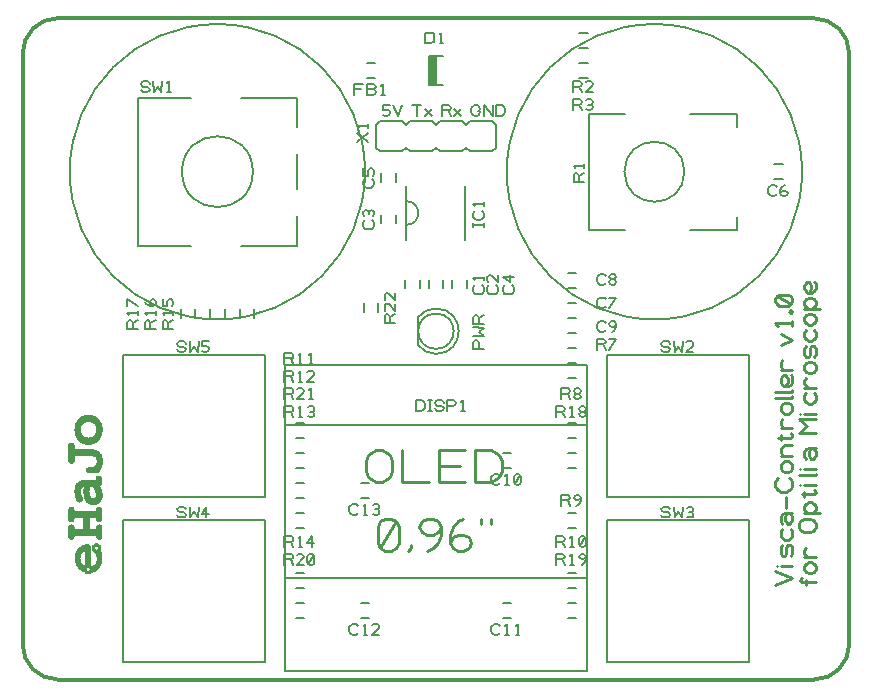
<source format=gbr>
G04 GENERATED BY PULSONIX 12.5 GERBER.DLL 9449*
G04 #@! TF.GenerationSoftware,Pulsonix,Pulsonix,12.5.9449*
G04 #@! TF.CreationDate,2025-01-20T21:22:03--1:00*
G04 #@! TF.Part,Single*
%FSLAX35Y35*%
%LPD*%
%MOMM*%
G04 #@! TF.FileFunction,Legend,Top*
G04 #@! TF.FilePolarity,Positive*
G04 #@! TA.AperFunction,Profile*
%ADD10C,0.30000*%
G04 #@! TD.AperFunction*
%ADD11C,0.00001*%
G04 #@! TA.AperFunction,Material*
%ADD12C,0.20000*%
G04 #@! TD.AperFunction*
%ADD13C,0.20000*%
G04 #@! TA.AperFunction,Material*
%ADD76C,0.20320*%
G04 #@! TD.AperFunction*
%ADD77C,0.25400*%
%ADD78C,0.25000*%
G04 #@! TD.AperFunction*
X0Y0D02*
D02*
D10*
X750000Y5925000D02*
X7150000D01*
G75*
G02*
X7450000Y5625000I0J-300000D01*
G01*
Y625000D01*
G75*
G02*
X7150000Y325000I-300000J0D01*
G01*
X750000D01*
G75*
G02*
X450000Y625000I0J300000D01*
G01*
Y5625000D01*
G75*
G02*
X750000Y5925000I300000J0D01*
G01*
D02*
D11*
X883008Y1754102D02*
X1072266D01*
Y1762891D01*
X1073438Y1770508D01*
X1074609Y1775781D01*
X1076367Y1779297D01*
X1079883Y1782813D01*
X1083984Y1785156D01*
X1088672Y1786914D01*
X1093945Y1787500D01*
X1099805Y1786914D01*
X1105078Y1785742D01*
X1109180Y1782813D01*
X1112109Y1779883D01*
X1113281Y1777539D01*
X1114453Y1775195D01*
X1115625Y1772266D01*
X1116211Y1768750D01*
X1116797Y1764063D01*
X1117383Y1759375D01*
Y1753516D01*
Y1747656D01*
Y1701367D01*
Y1691992D01*
X1116211Y1684375D01*
X1114453Y1678516D01*
X1112109Y1673828D01*
X1109180Y1670898D01*
X1105078Y1668555D01*
X1100391Y1666797D01*
X1094531D01*
X1088086Y1667383D01*
X1083398Y1669141D01*
X1078711Y1671484D01*
X1075195Y1675586D01*
X1073438Y1680273D01*
X1072266Y1686133D01*
X1071680Y1693164D01*
X1071094Y1701367D01*
Y1704883D01*
X1010156D01*
Y1600000D01*
X1071094D01*
Y1608203D01*
X1071680Y1614648D01*
X1072266Y1620508D01*
X1074023Y1625781D01*
X1076367Y1629883D01*
X1079883Y1633984D01*
X1083984Y1636328D01*
X1088672Y1638086D01*
X1093945Y1638672D01*
X1099805Y1638086D01*
X1105078Y1636914D01*
X1109180Y1634570D01*
X1112109Y1631641D01*
X1114453Y1627539D01*
X1116211Y1621680D01*
X1117383Y1614648D01*
Y1606445D01*
Y1547266D01*
Y1539648D01*
X1116211Y1532617D01*
X1113867Y1527344D01*
X1111523Y1523828D01*
X1108008Y1520898D01*
X1103906Y1519141D01*
X1099219Y1517969D01*
X1093945Y1517383D01*
X1088086Y1517969D01*
X1083398Y1519727D01*
X1079297Y1522070D01*
X1076367Y1525000D01*
X1074609Y1529102D01*
X1073438Y1534375D01*
X1072266Y1541992D01*
Y1550781D01*
X883008D01*
X882422Y1541992D01*
X881250Y1534375D01*
X879492Y1529102D01*
X877734Y1525000D01*
X874805Y1522070D01*
X870703Y1519727D01*
X865430Y1517969D01*
X859570Y1517383D01*
X854297Y1517969D01*
X849609Y1519141D01*
X846094Y1520898D01*
X842578Y1523828D01*
X839648Y1527930D01*
X837891Y1533203D01*
X836719Y1540234D01*
Y1548438D01*
Y1604102D01*
Y1613477D01*
X837891Y1620508D01*
X839063Y1626367D01*
X841406Y1630469D01*
X844336Y1633984D01*
X848438Y1636914D01*
X853711Y1638086D01*
X859570Y1638672D01*
X865430Y1638086D01*
X870703Y1636328D01*
X874805Y1633398D01*
X878320Y1629297D01*
X880078Y1624609D01*
X881836Y1618750D01*
X882422Y1611133D01*
X883008Y1602930D01*
Y1600000D01*
X965625D01*
Y1704883D01*
X883008D01*
Y1696680D01*
X882422Y1689648D01*
X881250Y1683789D01*
X880078Y1679102D01*
X877734Y1675000D01*
X874219Y1670898D01*
X870117Y1668555D01*
X865430Y1667383D01*
X859570Y1666797D01*
X853711Y1667383D01*
X848438Y1668555D01*
X844336Y1670898D01*
X841406Y1675000D01*
X839063Y1679102D01*
X837891Y1684961D01*
X836719Y1693164D01*
Y1703711D01*
Y1757031D01*
Y1765234D01*
X837891Y1771680D01*
X839648Y1776953D01*
X842578Y1781055D01*
X846094Y1783984D01*
X849609Y1785742D01*
X854297Y1786914D01*
X859570Y1787500D01*
X865430Y1786914D01*
X870117Y1785742D01*
X874219Y1782813D01*
X877734Y1779883D01*
X879492Y1775781D01*
X881250Y1770508D01*
X882422Y1762891D01*
X883008Y1754102D01*
G36*
X883008Y1754102D02*
X1072266D01*
Y1762891D01*
X1073438Y1770508D01*
X1074609Y1775781D01*
X1076367Y1779297D01*
X1079883Y1782813D01*
X1083984Y1785156D01*
X1088672Y1786914D01*
X1093945Y1787500D01*
X1099805Y1786914D01*
X1105078Y1785742D01*
X1109180Y1782813D01*
X1112109Y1779883D01*
X1113281Y1777539D01*
X1114453Y1775195D01*
X1115625Y1772266D01*
X1116211Y1768750D01*
X1116797Y1764063D01*
X1117383Y1759375D01*
Y1753516D01*
Y1747656D01*
Y1701367D01*
Y1691992D01*
X1116211Y1684375D01*
X1114453Y1678516D01*
X1112109Y1673828D01*
X1109180Y1670898D01*
X1105078Y1668555D01*
X1100391Y1666797D01*
X1094531D01*
X1088086Y1667383D01*
X1083398Y1669141D01*
X1078711Y1671484D01*
X1075195Y1675586D01*
X1073438Y1680273D01*
X1072266Y1686133D01*
X1071680Y1693164D01*
X1071094Y1701367D01*
Y1704883D01*
X1010156D01*
Y1600000D01*
X1071094D01*
Y1608203D01*
X1071680Y1614648D01*
X1072266Y1620508D01*
X1074023Y1625781D01*
X1076367Y1629883D01*
X1079883Y1633984D01*
X1083984Y1636328D01*
X1088672Y1638086D01*
X1093945Y1638672D01*
X1099805Y1638086D01*
X1105078Y1636914D01*
X1109180Y1634570D01*
X1112109Y1631641D01*
X1114453Y1627539D01*
X1116211Y1621680D01*
X1117383Y1614648D01*
Y1606445D01*
Y1547266D01*
Y1539648D01*
X1116211Y1532617D01*
X1113867Y1527344D01*
X1111523Y1523828D01*
X1108008Y1520898D01*
X1103906Y1519141D01*
X1099219Y1517969D01*
X1093945Y1517383D01*
X1088086Y1517969D01*
X1083398Y1519727D01*
X1079297Y1522070D01*
X1076367Y1525000D01*
X1074609Y1529102D01*
X1073438Y1534375D01*
X1072266Y1541992D01*
Y1550781D01*
X883008D01*
X882422Y1541992D01*
X881250Y1534375D01*
X879492Y1529102D01*
X877734Y1525000D01*
X874805Y1522070D01*
X870703Y1519727D01*
X865430Y1517969D01*
X859570Y1517383D01*
X854297Y1517969D01*
X849609Y1519141D01*
X846094Y1520898D01*
X842578Y1523828D01*
X839648Y1527930D01*
X837891Y1533203D01*
X836719Y1540234D01*
Y1548438D01*
Y1604102D01*
Y1613477D01*
X837891Y1620508D01*
X839063Y1626367D01*
X841406Y1630469D01*
X844336Y1633984D01*
X848438Y1636914D01*
X853711Y1638086D01*
X859570Y1638672D01*
X865430Y1638086D01*
X870703Y1636328D01*
X874805Y1633398D01*
X878320Y1629297D01*
X880078Y1624609D01*
X881836Y1618750D01*
X882422Y1611133D01*
X883008Y1602930D01*
Y1600000D01*
X965625D01*
Y1704883D01*
X883008D01*
Y1696680D01*
X882422Y1689648D01*
X881250Y1683789D01*
X880078Y1679102D01*
X877734Y1675000D01*
X874219Y1670898D01*
X870117Y1668555D01*
X865430Y1667383D01*
X859570Y1666797D01*
X853711Y1667383D01*
X848438Y1668555D01*
X844336Y1670898D01*
X841406Y1675000D01*
X839063Y1679102D01*
X837891Y1684961D01*
X836719Y1693164D01*
Y1703711D01*
Y1757031D01*
Y1765234D01*
X837891Y1771680D01*
X839648Y1776953D01*
X842578Y1781055D01*
X846094Y1783984D01*
X849609Y1785742D01*
X854297Y1786914D01*
X859570Y1787500D01*
X865430Y1786914D01*
X870117Y1785742D01*
X874219Y1782813D01*
X877734Y1779883D01*
X879492Y1775781D01*
X881250Y1770508D01*
X882422Y1762891D01*
X883008Y1754102D01*
G37*
X1091016Y2051172D02*
X1096289Y2050586D01*
X1100977Y2049414D01*
X1104492Y2047070D01*
X1108008Y2044141D01*
X1110938Y2040039D01*
X1112695Y2035938D01*
X1113867Y2031250D01*
Y2025391D01*
Y1990820D01*
Y1986719D01*
X1112695Y1982617D01*
X1110938Y1979102D01*
X1109180Y1975586D01*
X1102148Y1970898D01*
X1092773Y1967969D01*
X1098047Y1960938D01*
X1102734Y1952734D01*
X1106836Y1945117D01*
X1110352Y1936328D01*
X1114453Y1925195D01*
X1117383Y1914063D01*
X1119141Y1902344D01*
X1119727Y1890039D01*
X1119141Y1881250D01*
X1118555Y1873047D01*
X1116797Y1865430D01*
X1114453Y1857813D01*
X1111523Y1850781D01*
X1108008Y1843750D01*
X1103906Y1837891D01*
X1099219Y1832031D01*
X1093945Y1826758D01*
X1088086Y1822070D01*
X1082227Y1817969D01*
X1075781Y1815039D01*
X1068750Y1812695D01*
X1061719Y1810938D01*
X1054102Y1809766D01*
X1046484Y1809180D01*
X1037109Y1809766D01*
X1027734Y1810938D01*
X1019531Y1813281D01*
X1011914Y1816797D01*
X1004297Y1820898D01*
X997852Y1826172D01*
X991406Y1832617D01*
X986133Y1839648D01*
X981445Y1847266D01*
X976758Y1855469D01*
X973242Y1864258D01*
X970313Y1873633D01*
X968555Y1883594D01*
X966797Y1894727D01*
X965625Y1906445D01*
Y1918750D01*
Y1932227D01*
X966797Y1945703D01*
X969727Y1964453D01*
X962109Y1963281D01*
X955664Y1960938D01*
X949805Y1958008D01*
X945117Y1953906D01*
X941016Y1948633D01*
X937500Y1941016D01*
X935742Y1932227D01*
X935156Y1921680D01*
X935742Y1914063D01*
X937500Y1905273D01*
X939844Y1895898D01*
X943945Y1885938D01*
X948047Y1875391D01*
X950977Y1867188D01*
X952734Y1860156D01*
X953320Y1854883D01*
X952734Y1850195D01*
X951563Y1846094D01*
X949219Y1841992D01*
X946289Y1839063D01*
X942188Y1836133D01*
X938086Y1834375D01*
X932813Y1833203D01*
X927539Y1832617D01*
X923438Y1833203D01*
X918750Y1834375D01*
X915234Y1836719D01*
X911133Y1840234D01*
X907617Y1844336D01*
X904688Y1849609D01*
X901758Y1855469D01*
X898828Y1862500D01*
X894727Y1875977D01*
X891797Y1891797D01*
X890039Y1908789D01*
X889453Y1928125D01*
X890039Y1938086D01*
X891211Y1947461D01*
X892383Y1956250D01*
X895313Y1964453D01*
X898242Y1972070D01*
X901758Y1979102D01*
X906445Y1985547D01*
X911133Y1991406D01*
X916992Y1996680D01*
X923438Y2001367D01*
X930469Y2004883D01*
X938086Y2007813D01*
X946289Y2010742D01*
X955078Y2011914D01*
X964453Y2013086D01*
X975000Y2013672D01*
X1068164D01*
Y2017188D01*
X1068750Y2025391D01*
X1069336Y2032422D01*
X1070508Y2037695D01*
X1072266Y2042383D01*
X1075781Y2045898D01*
X1079883Y2048828D01*
X1084570Y2050586D01*
X1091016Y2051172D01*
X1010156Y1946875D02*
X1008984Y1936328D01*
X1008398Y1925195D01*
X1009570Y1909961D01*
X1011328Y1897070D01*
X1014258Y1885352D01*
X1018945Y1875391D01*
X1024219Y1868359D01*
X1030078Y1863672D01*
X1036523Y1860156D01*
X1043555Y1859570D01*
X1049414Y1860156D01*
X1054102Y1861914D01*
X1058203Y1864844D01*
X1062305Y1868945D01*
X1066406Y1874219D01*
X1068750Y1880664D01*
X1070508Y1887695D01*
X1071094Y1895313D01*
X1070508Y1908203D01*
X1067578Y1920508D01*
X1063477Y1932813D01*
X1057031Y1943945D01*
X1054102Y1948633D01*
X1051172Y1952734D01*
X1047656Y1956250D01*
X1044727Y1959180D01*
X1041797Y1961523D01*
X1038867Y1963281D01*
X1035938Y1963867D01*
X1033008Y1964453D01*
X1013672D01*
X1010156Y1946875D01*
X889941Y1912011D02*
G36*
X889941Y1912011D02*
X890039Y1908789D01*
X891797Y1891797D01*
X894727Y1875977D01*
X898828Y1862500D01*
X901758Y1855469D01*
X904688Y1849609D01*
X907617Y1844336D01*
X911133Y1840234D01*
X915234Y1836719D01*
X918750Y1834375D01*
X923438Y1833203D01*
X927539Y1832617D01*
X932813Y1833203D01*
X938086Y1834375D01*
X942188Y1836133D01*
X946289Y1839063D01*
X949219Y1841992D01*
X951563Y1846094D01*
X952734Y1850195D01*
X953320Y1854883D01*
X952734Y1860156D01*
X950977Y1867188D01*
X948047Y1875391D01*
X943945Y1885938D01*
X939844Y1895898D01*
X937500Y1905273D01*
X936152Y1912011D01*
X889941D01*
G37*
X889453Y1928125D02*
G36*
X889453Y1928125D02*
X889941Y1912011D01*
X936152D01*
X935742Y1914063D01*
X935156Y1921680D01*
X935742Y1932227D01*
X937500Y1941016D01*
X941016Y1948633D01*
X945117Y1953906D01*
X949805Y1958008D01*
X955664Y1960938D01*
X962109Y1963281D01*
X969727Y1964453D01*
X966797Y1945703D01*
X965625Y1932227D01*
Y1918750D01*
Y1912011D01*
X1009412D01*
X1008398Y1925195D01*
X1008984Y1936328D01*
X1010156Y1946875D01*
X1013672Y1964453D01*
X1033008D01*
X1035938Y1963867D01*
X1038867Y1963281D01*
X1041797Y1961523D01*
X1044727Y1959180D01*
X1047656Y1956250D01*
X1051172Y1952734D01*
X1054102Y1948633D01*
X1057031Y1943945D01*
X1063477Y1932813D01*
X1067578Y1920508D01*
X1069601Y1912011D01*
X1117691D01*
X1117383Y1914063D01*
X1114453Y1925195D01*
X1110352Y1936328D01*
X1106836Y1945117D01*
X1102734Y1952734D01*
X1098047Y1960938D01*
X1092773Y1967969D01*
X1102148Y1970898D01*
X1109180Y1975586D01*
X1110938Y1979102D01*
X1112695Y1982617D01*
X1113867Y1986719D01*
Y1990820D01*
Y2025391D01*
Y2031250D01*
X1112695Y2035938D01*
X1110938Y2040039D01*
X1108008Y2044141D01*
X1104492Y2047070D01*
X1100977Y2049414D01*
X1096289Y2050586D01*
X1091016Y2051172D01*
X1084570Y2050586D01*
X1079883Y2048828D01*
X1075781Y2045898D01*
X1072266Y2042383D01*
X1070508Y2037695D01*
X1069336Y2032422D01*
X1068750Y2025391D01*
X1068164Y2017188D01*
Y2013672D01*
X975000D01*
X964453Y2013086D01*
X955078Y2011914D01*
X946289Y2010742D01*
X938086Y2007813D01*
X930469Y2004883D01*
X923438Y2001367D01*
X916992Y1996680D01*
X911133Y1991406D01*
X906445Y1985547D01*
X901758Y1979102D01*
X898242Y1972070D01*
X895313Y1964453D01*
X892383Y1956250D01*
X891211Y1947461D01*
X890039Y1938086D01*
X889453Y1928125D01*
G37*
X965625Y1912011D02*
G36*
X965625Y1912011D02*
Y1906445D01*
X966797Y1894727D01*
X968555Y1883594D01*
X970313Y1873633D01*
X973242Y1864258D01*
X976758Y1855469D01*
X981445Y1847266D01*
X986133Y1839648D01*
X991406Y1832617D01*
X997852Y1826172D01*
X1004297Y1820898D01*
X1011914Y1816797D01*
X1019531Y1813281D01*
X1027734Y1810938D01*
X1037109Y1809766D01*
X1046484Y1809180D01*
X1054102Y1809766D01*
X1061719Y1810938D01*
X1068750Y1812695D01*
X1075781Y1815039D01*
X1082227Y1817969D01*
X1088086Y1822070D01*
X1093945Y1826758D01*
X1099219Y1832031D01*
X1103906Y1837891D01*
X1108008Y1843750D01*
X1111523Y1850781D01*
X1114453Y1857813D01*
X1116797Y1865430D01*
X1118555Y1873047D01*
X1119141Y1881250D01*
X1119727Y1890039D01*
X1119141Y1902344D01*
X1117691Y1912011D01*
X1069601D01*
X1070508Y1908203D01*
X1071094Y1895313D01*
X1070508Y1887695D01*
X1068750Y1880664D01*
X1066406Y1874219D01*
X1062305Y1868945D01*
X1058203Y1864844D01*
X1054102Y1861914D01*
X1049414Y1860156D01*
X1043555Y1859570D01*
X1036523Y1860156D01*
X1030078Y1863672D01*
X1024219Y1868359D01*
X1018945Y1875391D01*
X1014258Y1885352D01*
X1011328Y1897070D01*
X1009570Y1909961D01*
X1009412Y1912011D01*
X965625D01*
G37*
X859570Y2330664D02*
X865430Y2330078D01*
X870703Y2328320D01*
X874805Y2325977D01*
X878320Y2322461D01*
X880078Y2318359D01*
X881836Y2313086D01*
X882422Y2306055D01*
X883008Y2297266D01*
Y2276172D01*
X1017773D01*
X1030664Y2275586D01*
X1042383Y2274414D01*
X1053516Y2272656D01*
X1064063Y2270313D01*
X1073438Y2266797D01*
X1081641Y2262695D01*
X1089258Y2258008D01*
X1095703Y2252734D01*
X1101563Y2246289D01*
X1106250Y2238672D01*
X1110938Y2231055D01*
X1114453Y2221680D01*
X1116797Y2212305D01*
X1119141Y2201172D01*
X1120313Y2190039D01*
Y2177734D01*
Y2166602D01*
X1119141Y2156055D01*
X1117969Y2146094D01*
X1115625Y2136133D01*
X1113281Y2126758D01*
X1109180Y2116797D01*
X1105078Y2106836D01*
X1099805Y2096875D01*
X1097461Y2092188D01*
X1094531Y2088672D01*
X1092188Y2085742D01*
X1089258Y2083984D01*
X1085742Y2082813D01*
X1081641Y2081641D01*
X1076367Y2081055D01*
X1070508D01*
X1018359D01*
X1009570D01*
X1003125Y2082227D01*
X997852Y2083398D01*
X994336Y2085742D01*
X991406Y2088672D01*
X989063Y2092773D01*
X987891Y2096875D01*
X987305Y2101563D01*
X988477Y2109180D01*
X990820Y2115039D01*
X994922Y2120313D01*
X1000781Y2123242D01*
X1003711Y2124414D01*
X1007227Y2125586D01*
X1009570D01*
X1012500Y2126172D01*
X1015430D01*
X1019531D01*
X1021875D01*
X1034180Y2126758D01*
X1045313Y2128516D01*
X1052344Y2130859D01*
X1058789Y2134961D01*
X1064063Y2139063D01*
X1069336Y2144336D01*
X1072852Y2151367D01*
X1075781Y2158398D01*
X1076953Y2166602D01*
X1077539Y2175391D01*
X1076953Y2188281D01*
X1074023Y2198828D01*
X1069336Y2207617D01*
X1062891Y2214648D01*
X1058789Y2216992D01*
X1054688Y2219922D01*
X1048828Y2221680D01*
X1042969Y2223438D01*
X1035938Y2224609D01*
X1028906Y2225781D01*
X1020703Y2226367D01*
X1011914D01*
X883008D01*
Y2194141D01*
X882422Y2184766D01*
X881836Y2177734D01*
X880078Y2172461D01*
X878320Y2168359D01*
X874805Y2164844D01*
X870703Y2161914D01*
X865430Y2160742D01*
X859570Y2160156D01*
X854297D01*
X849609Y2161328D01*
X846094Y2163672D01*
X842578Y2166016D01*
X839648Y2169531D01*
X837891Y2173633D01*
X836719Y2178320D01*
Y2183594D01*
Y2307813D01*
Y2313086D01*
X837891Y2317773D01*
X840234Y2321289D01*
X843164Y2324805D01*
X846680Y2327148D01*
X850195Y2328906D01*
X854883Y2330078D01*
X859570Y2330664D01*
G36*
X859570Y2330664D02*
X865430Y2330078D01*
X870703Y2328320D01*
X874805Y2325977D01*
X878320Y2322461D01*
X880078Y2318359D01*
X881836Y2313086D01*
X882422Y2306055D01*
X883008Y2297266D01*
Y2276172D01*
X1017773D01*
X1030664Y2275586D01*
X1042383Y2274414D01*
X1053516Y2272656D01*
X1064063Y2270313D01*
X1073438Y2266797D01*
X1081641Y2262695D01*
X1089258Y2258008D01*
X1095703Y2252734D01*
X1101563Y2246289D01*
X1106250Y2238672D01*
X1110938Y2231055D01*
X1114453Y2221680D01*
X1116797Y2212305D01*
X1119141Y2201172D01*
X1120313Y2190039D01*
Y2177734D01*
Y2166602D01*
X1119141Y2156055D01*
X1117969Y2146094D01*
X1115625Y2136133D01*
X1113281Y2126758D01*
X1109180Y2116797D01*
X1105078Y2106836D01*
X1099805Y2096875D01*
X1097461Y2092188D01*
X1094531Y2088672D01*
X1092188Y2085742D01*
X1089258Y2083984D01*
X1085742Y2082813D01*
X1081641Y2081641D01*
X1076367Y2081055D01*
X1070508D01*
X1018359D01*
X1009570D01*
X1003125Y2082227D01*
X997852Y2083398D01*
X994336Y2085742D01*
X991406Y2088672D01*
X989063Y2092773D01*
X987891Y2096875D01*
X987305Y2101563D01*
X988477Y2109180D01*
X990820Y2115039D01*
X994922Y2120313D01*
X1000781Y2123242D01*
X1003711Y2124414D01*
X1007227Y2125586D01*
X1009570D01*
X1012500Y2126172D01*
X1015430D01*
X1019531D01*
X1021875D01*
X1034180Y2126758D01*
X1045313Y2128516D01*
X1052344Y2130859D01*
X1058789Y2134961D01*
X1064063Y2139063D01*
X1069336Y2144336D01*
X1072852Y2151367D01*
X1075781Y2158398D01*
X1076953Y2166602D01*
X1077539Y2175391D01*
X1076953Y2188281D01*
X1074023Y2198828D01*
X1069336Y2207617D01*
X1062891Y2214648D01*
X1058789Y2216992D01*
X1054688Y2219922D01*
X1048828Y2221680D01*
X1042969Y2223438D01*
X1035938Y2224609D01*
X1028906Y2225781D01*
X1020703Y2226367D01*
X1011914D01*
X883008D01*
Y2194141D01*
X882422Y2184766D01*
X881836Y2177734D01*
X880078Y2172461D01*
X878320Y2168359D01*
X874805Y2164844D01*
X870703Y2161914D01*
X865430Y2160742D01*
X859570Y2160156D01*
X854297D01*
X849609Y2161328D01*
X846094Y2163672D01*
X842578Y2166016D01*
X839648Y2169531D01*
X837891Y2173633D01*
X836719Y2178320D01*
Y2183594D01*
Y2307813D01*
Y2313086D01*
X837891Y2317773D01*
X840234Y2321289D01*
X843164Y2324805D01*
X846680Y2327148D01*
X850195Y2328906D01*
X854883Y2330078D01*
X859570Y2330664D01*
G37*
X1004297Y2567969D02*
X1016602Y2567383D01*
X1028320Y2566211D01*
X1040039Y2563281D01*
X1050586Y2559766D01*
X1060547Y2554492D01*
X1069922Y2548633D01*
X1079297Y2541602D01*
X1087500Y2533398D01*
X1095117Y2524609D01*
X1101563Y2515234D01*
X1106836Y2504688D01*
X1111523Y2494141D01*
X1115039Y2482422D01*
X1117383Y2470703D01*
X1119141Y2457813D01*
X1119727Y2444336D01*
X1119141Y2430859D01*
X1117383Y2418555D01*
X1115039Y2406250D01*
X1111523Y2395117D01*
X1106836Y2384570D01*
X1101563Y2374023D01*
X1095117Y2364648D01*
X1087500Y2355859D01*
X1079297Y2347656D01*
X1069922Y2340625D01*
X1060547Y2334766D01*
X1050586Y2329492D01*
X1040039Y2325977D01*
X1028906Y2323047D01*
X1017188Y2321875D01*
X1004883Y2321289D01*
X992578Y2321875D01*
X980273Y2323047D01*
X969141Y2325977D01*
X958594Y2329492D01*
X948633Y2334766D01*
X939258Y2340625D01*
X929883Y2347656D01*
X921680Y2355859D01*
X914063Y2364648D01*
X907617Y2374023D01*
X902344Y2384570D01*
X897656Y2395117D01*
X894141Y2406250D01*
X891797Y2418555D01*
X890039Y2431445D01*
X889453Y2444336D01*
X890039Y2457813D01*
X891797Y2470703D01*
X894141Y2482422D01*
X897656Y2494141D01*
X902344Y2504688D01*
X907617Y2515234D01*
X914063Y2524609D01*
X921680Y2533398D01*
X929883Y2541602D01*
X939258Y2548633D01*
X948633Y2554492D01*
X958594Y2559766D01*
X969141Y2563281D01*
X980273Y2566211D01*
X991992Y2567383D01*
X1004297Y2567969D01*
Y2374609D02*
X1011914Y2375195D01*
X1018945Y2375781D01*
X1025977Y2377539D01*
X1032422Y2379297D01*
X1038281Y2382227D01*
X1044141Y2385742D01*
X1049414Y2389844D01*
X1054688Y2393945D01*
X1059375Y2399219D01*
X1063477Y2404492D01*
X1066406Y2410352D01*
X1069336Y2416211D01*
X1071680Y2423242D01*
X1072852Y2429688D01*
X1074023Y2437305D01*
Y2444922D01*
Y2451953D01*
X1072852Y2459570D01*
X1071680Y2466602D01*
X1069336Y2473047D01*
X1066406Y2478906D01*
X1063477Y2484766D01*
X1059375Y2490039D01*
X1054688Y2495313D01*
X1049414Y2500000D01*
X1044141Y2504102D01*
X1038281Y2507617D01*
X1032422Y2509961D01*
X1025977Y2512305D01*
X1019531Y2514063D01*
X1011914Y2514648D01*
X1004883Y2515234D01*
X997266Y2514648D01*
X990234Y2514063D01*
X983203Y2512305D01*
X976758Y2509961D01*
X970898Y2507617D01*
X965039Y2504102D01*
X959180Y2500000D01*
X954492Y2495313D01*
X949805Y2490039D01*
X945703Y2484766D01*
X942188Y2478906D01*
X939258Y2473047D01*
X937500Y2466602D01*
X935742Y2459570D01*
X935156Y2451953D01*
X934570Y2444922D01*
X935156Y2437305D01*
X935742Y2429688D01*
X937500Y2423242D01*
X939258Y2416211D01*
X942188Y2410352D01*
X945703Y2404492D01*
X949805Y2399219D01*
X954492Y2393945D01*
X959180Y2389844D01*
X965039Y2385742D01*
X970313Y2382227D01*
X976758Y2379297D01*
X983203Y2377539D01*
X989648Y2375781D01*
X996680Y2375195D01*
X1004297Y2374609D01*
X889478Y2444921D02*
G36*
X889478Y2444921D02*
X934570D01*
Y2444922D01*
X935156Y2451953D01*
X935742Y2459570D01*
X937500Y2466602D01*
X939258Y2473047D01*
X942188Y2478906D01*
X945703Y2484766D01*
X949805Y2490039D01*
X954492Y2495313D01*
X959180Y2500000D01*
X965039Y2504102D01*
X970898Y2507617D01*
X976758Y2509961D01*
X983203Y2512305D01*
X990234Y2514063D01*
X997266Y2514648D01*
X1004883Y2515234D01*
X1011914Y2514648D01*
X1019531Y2514063D01*
X1025977Y2512305D01*
X1032422Y2509961D01*
X1038281Y2507617D01*
X1044141Y2504102D01*
X1049414Y2500000D01*
X1054688Y2495313D01*
X1059375Y2490039D01*
X1063477Y2484766D01*
X1066406Y2478906D01*
X1069336Y2473047D01*
X1071680Y2466602D01*
X1072852Y2459570D01*
X1074023Y2451953D01*
Y2444922D01*
Y2444921D01*
X1119702D01*
X1119141Y2457813D01*
X1117383Y2470703D01*
X1115039Y2482422D01*
X1111523Y2494141D01*
X1106836Y2504688D01*
X1101563Y2515234D01*
X1095117Y2524609D01*
X1087500Y2533398D01*
X1079297Y2541602D01*
X1069922Y2548633D01*
X1060547Y2554492D01*
X1050586Y2559766D01*
X1040039Y2563281D01*
X1028320Y2566211D01*
X1016602Y2567383D01*
X1004297Y2567969D01*
X991992Y2567383D01*
X980273Y2566211D01*
X969141Y2563281D01*
X958594Y2559766D01*
X948633Y2554492D01*
X939258Y2548633D01*
X929883Y2541602D01*
X921680Y2533398D01*
X914063Y2524609D01*
X907617Y2515234D01*
X902344Y2504688D01*
X897656Y2494141D01*
X894141Y2482422D01*
X891797Y2470703D01*
X890039Y2457813D01*
X889478Y2444921D01*
G37*
X889453Y2444336D02*
G36*
X889453Y2444336D02*
X890039Y2431445D01*
X891797Y2418555D01*
X894141Y2406250D01*
X897656Y2395117D01*
X902344Y2384570D01*
X907617Y2374023D01*
X914063Y2364648D01*
X921680Y2355859D01*
X929883Y2347656D01*
X939258Y2340625D01*
X948633Y2334766D01*
X958594Y2329492D01*
X969141Y2325977D01*
X980273Y2323047D01*
X992578Y2321875D01*
X1004883Y2321289D01*
X1017188Y2321875D01*
X1028906Y2323047D01*
X1040039Y2325977D01*
X1050586Y2329492D01*
X1060547Y2334766D01*
X1069922Y2340625D01*
X1079297Y2347656D01*
X1087500Y2355859D01*
X1095117Y2364648D01*
X1101563Y2374023D01*
X1106836Y2384570D01*
X1111523Y2395117D01*
X1115039Y2406250D01*
X1117383Y2418555D01*
X1119141Y2430859D01*
X1119727Y2444336D01*
X1119702Y2444921D01*
X1074023D01*
Y2437305D01*
X1072852Y2429688D01*
X1071680Y2423242D01*
X1069336Y2416211D01*
X1066406Y2410352D01*
X1063477Y2404492D01*
X1059375Y2399219D01*
X1054688Y2393945D01*
X1049414Y2389844D01*
X1044141Y2385742D01*
X1038281Y2382227D01*
X1032422Y2379297D01*
X1025977Y2377539D01*
X1018945Y2375781D01*
X1011914Y2375195D01*
X1004297Y2374609D01*
X996680Y2375195D01*
X989648Y2375781D01*
X983203Y2377539D01*
X976758Y2379297D01*
X970313Y2382227D01*
X965039Y2385742D01*
X959180Y2389844D01*
X954492Y2393945D01*
X949805Y2399219D01*
X945703Y2404492D01*
X942188Y2410352D01*
X939258Y2416211D01*
X937500Y2423242D01*
X935742Y2429688D01*
X935156Y2437305D01*
X934570Y2444921D01*
X889478D01*
X889453Y2444336D01*
G37*
X1040625Y1421875D02*
X1037109Y1428320D01*
X1035352Y1434766D01*
X1034766Y1442383D01*
X1035352Y1449414D01*
X1037109Y1456445D01*
X1040625Y1462891D01*
X1045313Y1468164D01*
X1051172Y1472852D01*
X1057617Y1476367D01*
X1064648Y1478125D01*
X1071680Y1479297D01*
X1078711Y1478125D01*
X1086328Y1476367D01*
X1092188Y1472852D01*
X1098047Y1468750D01*
X1102734Y1462891D01*
X1106250Y1456445D01*
X1108008Y1449414D01*
X1108594Y1442383D01*
X1108008Y1434766D01*
X1103906Y1424805D01*
X1108594Y1411914D01*
X1112109Y1399609D01*
X1115039Y1387891D01*
X1116797Y1375586D01*
X1117383Y1363281D01*
Y1351563D01*
X1116797Y1338672D01*
X1115625Y1326367D01*
X1113281Y1315234D01*
X1109766Y1304102D01*
X1105664Y1294141D01*
X1100391Y1284766D01*
X1094531Y1275391D01*
X1087500Y1267188D01*
X1075195Y1256641D01*
X1061133Y1247852D01*
X1045313Y1241406D01*
X1027734Y1236719D01*
X1020703Y1230859D01*
X1012500Y1226758D01*
X1003125Y1225586D01*
X993164Y1226172D01*
X986719Y1228516D01*
X980273Y1231445D01*
X975000Y1235547D01*
X970313Y1240820D01*
X957422Y1245508D01*
X945117Y1251953D01*
X933984Y1260156D01*
X923438Y1269531D01*
X916406Y1278320D01*
X909961Y1287695D01*
X904688Y1297656D01*
X900586Y1308203D01*
X897070Y1319336D01*
X894727Y1331641D01*
X892969Y1343945D01*
X892383Y1356836D01*
X892969Y1369141D01*
X894141Y1380273D01*
X896484Y1390820D01*
X900000Y1401367D01*
X904102Y1411328D01*
X908789Y1420117D01*
X914648Y1428906D01*
X921680Y1437109D01*
X929297Y1444727D01*
X937500Y1451172D01*
X946289Y1457031D01*
X955078Y1461719D01*
X964453Y1465234D01*
X973828Y1467578D01*
X984375Y1469336D01*
X994336D01*
X1001367D01*
X1007227Y1468164D01*
X1011328Y1465820D01*
X1014844Y1462891D01*
X1017188Y1458789D01*
X1018359Y1451758D01*
X1019531Y1442969D01*
Y1431250D01*
Y1294141D01*
X1024805Y1290625D01*
X1029492Y1285938D01*
X1038867Y1288281D01*
X1047070Y1292383D01*
X1054688Y1297070D01*
X1061133Y1303516D01*
X1068164Y1313477D01*
X1073438Y1325195D01*
X1076367Y1339258D01*
X1076953Y1355078D01*
X1076367Y1366211D01*
X1074023Y1379102D01*
X1070508Y1391992D01*
X1065234Y1405469D01*
X1064648D01*
X1057617Y1407813D01*
X1050586Y1411328D01*
X1045313Y1416016D01*
X1040625Y1421875D01*
X946289Y1309961D02*
X952148Y1303516D01*
X959180Y1297656D01*
X966211Y1292969D01*
X975000Y1288867D01*
X980859Y1294141D01*
X981445Y1418945D01*
X971484Y1416602D01*
X962109Y1412500D01*
X953906Y1406641D01*
X946875Y1399609D01*
X940430Y1390234D01*
X936328Y1380273D01*
X933398Y1369141D01*
X932227Y1356836D01*
X933398Y1343359D01*
X935742Y1331055D01*
X940430Y1319922D01*
X946289Y1309961D01*
X1016016Y1272461D02*
X1013672Y1275391D01*
X1010742Y1277734D01*
X1007813Y1279492D01*
X1004297Y1280664D01*
X1000781D01*
X997266D01*
X993750Y1279492D01*
X990820Y1277734D01*
X987891Y1275391D01*
X985547Y1272461D01*
X983789Y1269531D01*
X983203Y1266016D01*
X982617Y1262500D01*
X983203Y1258984D01*
X983789Y1255469D01*
X985547Y1251953D01*
X987891Y1249609D01*
X990234Y1247266D01*
X996680Y1244336D01*
X1000781D01*
X1004297D01*
X1007227Y1245508D01*
X1010742Y1247266D01*
X1013672Y1249023D01*
X1015430Y1251953D01*
X1017188Y1254883D01*
X1018359Y1258398D01*
X1018945Y1261914D01*
X1018359Y1265430D01*
X1017188Y1268945D01*
X1016016Y1272461D01*
X1086914Y1452344D02*
X1084570Y1455273D01*
X1081641Y1457031D01*
X1078711Y1458789D01*
X1074609Y1459961D01*
X1071094Y1460547D01*
X1067578Y1459961D01*
X1064648Y1458789D01*
X1061133Y1457617D01*
X1056445Y1452344D01*
X1053516Y1445898D01*
X1052930Y1441797D01*
X1053516Y1438281D01*
X1054688Y1434766D01*
X1056445Y1431836D01*
X1058789Y1428906D01*
X1061719Y1426563D01*
X1068164Y1424219D01*
X1071680Y1423633D01*
X1075195Y1424219D01*
X1078711Y1424805D01*
X1081641Y1427148D01*
X1084570Y1429492D01*
X1086914Y1432422D01*
X1088672Y1435352D01*
X1089258Y1438867D01*
X1089844Y1442383D01*
X1089258Y1445898D01*
X1088672Y1448828D01*
X1086914Y1452344D01*
X892383Y1356836D02*
G36*
X892383Y1356836D02*
X892516Y1353906D01*
X932482D01*
X932227Y1356836D01*
X933398Y1369141D01*
X936328Y1380273D01*
X940430Y1390234D01*
X946875Y1399609D01*
X953906Y1406641D01*
X962109Y1412500D01*
X971484Y1416602D01*
X981445Y1418945D01*
X981140Y1353906D01*
X1019531D01*
Y1431250D01*
Y1442090D01*
X926660D01*
X921680Y1437109D01*
X914648Y1428906D01*
X908789Y1420117D01*
X904102Y1411328D01*
X900000Y1401367D01*
X896484Y1390820D01*
X894141Y1380273D01*
X892969Y1369141D01*
X892383Y1356836D01*
G37*
X926660Y1442090D02*
G36*
X926660Y1442090D02*
X1019531D01*
Y1442969D01*
X1018359Y1451758D01*
X1017188Y1458789D01*
X1014844Y1462891D01*
X1011328Y1465820D01*
X1007227Y1468164D01*
X1001367Y1469336D01*
X994336D01*
X984375D01*
X973828Y1467578D01*
X964453Y1465234D01*
X955078Y1461719D01*
X946289Y1457031D01*
X937500Y1451172D01*
X929297Y1444727D01*
X926660Y1442090D01*
G37*
X931347Y1262500D02*
G36*
X931347Y1262500D02*
X933984Y1260156D01*
X945117Y1251953D01*
X957422Y1245508D01*
X970313Y1240820D01*
X975000Y1235547D01*
X980273Y1231445D01*
X986719Y1228516D01*
X993164Y1226172D01*
X1003125Y1225586D01*
X1012500Y1226758D01*
X1020703Y1230859D01*
X1027734Y1236719D01*
X1045313Y1241406D01*
X1061133Y1247852D01*
X1075195Y1256641D01*
X1082031Y1262500D01*
X1018847D01*
X1018945Y1261914D01*
X1018359Y1258398D01*
X1017188Y1254883D01*
X1015430Y1251953D01*
X1013672Y1249023D01*
X1010742Y1247266D01*
X1007227Y1245508D01*
X1004297Y1244336D01*
X1000781D01*
X996680D01*
X990234Y1247266D01*
X987891Y1249609D01*
X985547Y1251953D01*
X983789Y1255469D01*
X983203Y1258984D01*
X982617Y1262500D01*
X931347D01*
G37*
X1034766Y1442383D02*
G36*
X1034766Y1442383D02*
X1034789Y1442090D01*
X1052972D01*
X1053516Y1445898D01*
X1056445Y1452344D01*
X1061133Y1457617D01*
X1064648Y1458789D01*
X1067578Y1459961D01*
X1071094Y1460547D01*
X1074609Y1459961D01*
X1078711Y1458789D01*
X1081641Y1457031D01*
X1084570Y1455273D01*
X1086914Y1452344D01*
X1088672Y1448828D01*
X1089258Y1445898D01*
X1089844Y1442383D01*
X1089795Y1442090D01*
X1108571D01*
X1108594Y1442383D01*
X1108008Y1449414D01*
X1106250Y1456445D01*
X1102734Y1462891D01*
X1098047Y1468750D01*
X1092188Y1472852D01*
X1086328Y1476367D01*
X1078711Y1478125D01*
X1071680Y1479297D01*
X1064648Y1478125D01*
X1057617Y1476367D01*
X1051172Y1472852D01*
X1045313Y1468164D01*
X1040625Y1462891D01*
X1037109Y1456445D01*
X1035352Y1449414D01*
X1034766Y1442383D01*
G37*
X892516Y1353906D02*
G36*
X892516Y1353906D02*
X892969Y1343945D01*
X894727Y1331641D01*
X897070Y1319336D01*
X900586Y1308203D01*
X904688Y1297656D01*
X909961Y1287695D01*
X916406Y1278320D01*
X923438Y1269531D01*
X931347Y1262500D01*
X982617D01*
X983203Y1266016D01*
X983789Y1269531D01*
X985547Y1272461D01*
X987891Y1275391D01*
X990820Y1277734D01*
X993750Y1279492D01*
X997266Y1280664D01*
X1000781D01*
X1004297D01*
X1007813Y1279492D01*
X1010742Y1277734D01*
X1013672Y1275391D01*
X1016016Y1272461D01*
X1017188Y1268945D01*
X1018359Y1265430D01*
X1018847Y1262500D01*
X1082031D01*
X1087500Y1267188D01*
X1094531Y1275391D01*
X1100391Y1284766D01*
X1105664Y1294141D01*
X1109766Y1304102D01*
X1113281Y1315234D01*
X1115625Y1326367D01*
X1116797Y1338672D01*
X1117383Y1351563D01*
Y1353906D01*
X1076910D01*
X1076367Y1339258D01*
X1073438Y1325195D01*
X1068164Y1313477D01*
X1061133Y1303516D01*
X1054688Y1297070D01*
X1047070Y1292383D01*
X1038867Y1288281D01*
X1029492Y1285938D01*
X1024805Y1290625D01*
X1019531Y1294141D01*
Y1353906D01*
X981140D01*
X980859Y1294141D01*
X975000Y1288867D01*
X966211Y1292969D01*
X959180Y1297656D01*
X952148Y1303516D01*
X946289Y1309961D01*
X940430Y1319922D01*
X935742Y1331055D01*
X933398Y1343359D01*
X932482Y1353906D01*
X892516D01*
G37*
X1034789Y1442090D02*
G36*
X1034789Y1442090D02*
X1035352Y1434766D01*
X1037109Y1428320D01*
X1040625Y1421875D01*
X1045313Y1416016D01*
X1050586Y1411328D01*
X1057617Y1407813D01*
X1064648Y1405469D01*
X1065234D01*
X1070508Y1391992D01*
X1074023Y1379102D01*
X1076367Y1366211D01*
X1076953Y1355078D01*
X1076910Y1353906D01*
X1117383D01*
Y1363281D01*
X1116797Y1375586D01*
X1115039Y1387891D01*
X1112109Y1399609D01*
X1108594Y1411914D01*
X1103906Y1424805D01*
X1108008Y1434766D01*
X1108571Y1442090D01*
X1089795D01*
X1089258Y1438867D01*
X1088672Y1435352D01*
X1086914Y1432422D01*
X1084570Y1429492D01*
X1081641Y1427148D01*
X1078711Y1424805D01*
X1075195Y1424219D01*
X1071680Y1423633D01*
X1068164Y1424219D01*
X1061719Y1426563D01*
X1058789Y1428906D01*
X1056445Y1431836D01*
X1054688Y1434766D01*
X1053516Y1438281D01*
X1052930Y1441797D01*
X1052972Y1442090D01*
X1034789D01*
G37*
D02*
D12*
X1300000Y475000D02*
X2500000D01*
Y1675000D01*
X1300000D01*
Y475000D01*
Y1875000D02*
X2500000D01*
Y3075000D01*
X1300000D01*
Y1875000D01*
X1787500Y3390000D02*
Y3460000D01*
X1912500Y3390000D02*
Y3460000D01*
X2037500Y3390000D02*
Y3460000D01*
X2100000Y5875000D02*
G75*
G03*
Y3375000I0J-1250000D01*
G01*
G75*
G03*
Y5875000I0J1250000D01*
G01*
X2162500Y3390000D02*
Y3460000D01*
X2287500Y3390000D02*
Y3460000D01*
X2412500Y3390000D02*
Y3460000D01*
X2675000Y2481500D02*
X5225000D01*
Y1181500D01*
X2675000D01*
Y2481500D01*
Y2991500D02*
X5225000D01*
Y401500D01*
X2675000D01*
Y2991500D01*
X2765000Y849500D02*
X2835000D01*
X2765000Y974500D02*
X2835000D01*
X2765000Y1103500D02*
X2835000D01*
X2765000Y1228500D02*
X2835000D01*
X2765000Y1611500D02*
X2835000D01*
X2765000Y1736500D02*
X2835000D01*
X2765000Y1865500D02*
X2835000D01*
X2765000Y1990500D02*
X2835000D01*
X2765000Y2119500D02*
X2835000D01*
X2765000Y2244500D02*
X2835000D01*
X2765000Y2373500D02*
X2835000D01*
X2765000Y2498500D02*
X2835000D01*
X3337500Y3510000D02*
Y3440000D01*
X3385000Y849500D02*
X3315000D01*
X3385000Y974500D02*
X3315000D01*
X3385000Y1865500D02*
X3315000D01*
X3385000Y1990500D02*
X3315000D01*
X3435000Y5421500D02*
X3365000D01*
X3435000Y5546500D02*
X3365000D01*
X3462500Y3510000D02*
Y3440000D01*
X3487500Y4190000D02*
Y4260000D01*
Y4610000D02*
Y4540000D01*
X3612500Y4190000D02*
Y4260000D01*
Y4610000D02*
Y4540000D01*
X3687500Y3710000D02*
Y3640000D01*
X3812500Y3710000D02*
Y3640000D01*
X3887500D02*
Y3710000D01*
X3890000Y5359000D02*
X4010000D01*
X3890000Y5609000D02*
X4010000D01*
X3890000D02*
X3950000D01*
Y5359000D01*
X3890000D01*
Y5609000D01*
G36*
X3890000Y5609000D02*
X3950000D01*
Y5359000D01*
X3890000D01*
Y5609000D01*
G37*
X4012500Y3640000D02*
Y3710000D01*
X4087500D02*
Y3640000D01*
X4212500Y3710000D02*
Y3640000D01*
X4585000Y849500D02*
X4515000D01*
X4585000Y974500D02*
X4515000D01*
X4585000Y2119500D02*
X4515000D01*
X4585000Y2244500D02*
X4515000D01*
X5065000Y849500D02*
X5135000D01*
X5065000Y974500D02*
X5135000D01*
X5065000Y1103500D02*
X5135000D01*
X5065000Y1228500D02*
X5135000D01*
X5065000Y1611500D02*
X5135000D01*
X5065000Y1736500D02*
X5135000D01*
X5065000Y2119500D02*
X5135000D01*
X5065000Y2244500D02*
X5135000D01*
X5065000Y2373500D02*
X5135000D01*
X5065000Y2498500D02*
X5135000D01*
X5065000Y2881500D02*
X5135000D01*
X5065000Y3006500D02*
X5135000D01*
Y3135500D02*
X5065000D01*
X5135000Y3260500D02*
X5065000D01*
X5135000Y3389500D02*
X5065000D01*
X5135000Y3514500D02*
X5065000D01*
X5135000Y3643500D02*
X5065000D01*
X5135000Y3768500D02*
X5065000D01*
X5165000Y5421500D02*
X5235000D01*
X5165000Y5546500D02*
X5235000D01*
X5165000Y5675500D02*
X5235000D01*
X5165000Y5800500D02*
X5235000D01*
X5400000Y475000D02*
X6600000D01*
Y1675000D01*
X5400000D01*
Y475000D01*
Y1875000D02*
X6600000D01*
Y3075000D01*
X5400000D01*
Y1875000D01*
X5546000Y4625000D02*
G75*
G03*
X6054000I254000J0D01*
G01*
G75*
G03*
X5546000I-254000J0D01*
G01*
X5547500Y4135000D02*
X5250000D01*
Y5115000D01*
X5547500D01*
X5800000Y3375000D02*
G75*
G03*
Y5875000I0J1250000D01*
G01*
G75*
G03*
Y3375000I0J-1250000D01*
G01*
X6100000Y4135000D02*
X6500000D01*
Y4244000D01*
X6100000Y5115000D02*
X6500000D01*
Y5006000D01*
X6885000Y4562500D02*
X6815000D01*
X6885000Y4687500D02*
X6815000D01*
D02*
D13*
X1427059Y3292075D02*
X1335294Y3292075D01*
Y3345604D01*
X1342941Y3360899D01*
X1358235Y3368546D01*
X1373529Y3360899D01*
X1381176Y3345604D01*
Y3292075D01*
Y3345604D02*
X1427059Y3368546D01*
Y3412669D02*
X1427059Y3443257D01*
Y3427963D02*
X1335294Y3427963D01*
X1350588Y3412669D01*
X1427059Y3485775D02*
X1335294Y3546951D01*
Y3485775D01*
X1450000Y5320882D02*
X1457647Y5305588D01*
X1472941Y5297941D01*
X1503529D01*
X1518824Y5305588D01*
X1526471Y5320882D01*
X1518824Y5336176D01*
X1503529Y5343824D01*
X1472941D01*
X1457647Y5351471D01*
X1450000Y5366765D01*
X1457647Y5382059D01*
X1472941Y5389706D01*
X1503529D01*
X1518824Y5382059D01*
X1526471Y5366765D01*
X1555300Y5389706D02*
X1562947Y5297941D01*
X1593535Y5343824D01*
X1624124Y5297941D01*
X1631771Y5389706D01*
X1675894Y5297941D02*
X1706482Y5297941D01*
X1691188D02*
X1691188Y5389706D01*
X1675894Y5374412D01*
X1577059Y3292075D02*
X1485294Y3292075D01*
Y3345604D01*
X1492941Y3360899D01*
X1508235Y3368546D01*
X1523529Y3360899D01*
X1531176Y3345604D01*
Y3292075D01*
Y3345604D02*
X1577059Y3368546D01*
Y3412669D02*
X1577059Y3443257D01*
Y3427963D02*
X1485294Y3427963D01*
X1500588Y3412669D01*
X1554118Y3485775D02*
X1538824Y3493422D01*
X1531176Y3508716D01*
Y3524010D01*
X1538824Y3539304D01*
X1554118Y3546951D01*
X1569412Y3539304D01*
X1577059Y3524010D01*
Y3508716D01*
X1569412Y3493422D01*
X1554118Y3485775D01*
X1531176D01*
X1508235Y3493422D01*
X1492941Y3508716D01*
X1485294Y3524010D01*
X1727059Y3292075D02*
X1635294Y3292075D01*
Y3345604D01*
X1642941Y3360899D01*
X1658235Y3368546D01*
X1673529Y3360899D01*
X1681176Y3345604D01*
Y3292075D01*
Y3345604D02*
X1727059Y3368546D01*
Y3412669D02*
X1727059Y3443257D01*
Y3427963D02*
X1635294Y3427963D01*
X1650588Y3412669D01*
X1719412Y3485775D02*
X1727059Y3501069D01*
Y3524010D01*
X1719412Y3539304D01*
X1704118Y3546951D01*
X1696471D01*
X1681176Y3539304D01*
X1673529Y3524010D01*
Y3485775D01*
X1635294D01*
Y3546951D01*
X1758625Y1720882D02*
X1766272Y1705588D01*
X1781566Y1697941D01*
X1812154D01*
X1827449Y1705588D01*
X1835096Y1720882D01*
X1827449Y1736176D01*
X1812154Y1743824D01*
X1781566D01*
X1766272Y1751471D01*
X1758625Y1766765D01*
X1766272Y1782059D01*
X1781566Y1789706D01*
X1812154D01*
X1827449Y1782059D01*
X1835096Y1766765D01*
X1863925Y1789706D02*
X1871572Y1697941D01*
X1902160Y1743824D01*
X1932749Y1697941D01*
X1940396Y1789706D01*
X2007460Y1697941D02*
X2007460Y1789706D01*
X1969225Y1728529D01*
X2030401D01*
X1758625Y3120882D02*
X1766272Y3105588D01*
X1781566Y3097941D01*
X1812154D01*
X1827449Y3105588D01*
X1835096Y3120882D01*
X1827449Y3136176D01*
X1812154Y3143824D01*
X1781566D01*
X1766272Y3151471D01*
X1758625Y3166765D01*
X1766272Y3182059D01*
X1781566Y3189706D01*
X1812154D01*
X1827449Y3182059D01*
X1835096Y3166765D01*
X1863925Y3189706D02*
X1871572Y3097941D01*
X1902160Y3143824D01*
X1932749Y3097941D01*
X1940396Y3189706D01*
X1969225Y3105588D02*
X1984519Y3097941D01*
X2007460D01*
X2022754Y3105588D01*
X2030401Y3120882D01*
Y3128529D01*
X2022754Y3143824D01*
X2007460Y3151471D01*
X1969225D01*
Y3189706D01*
X2030401D01*
X2667075Y1297941D02*
X2667075Y1389706D01*
X2720604D01*
X2735899Y1382059D01*
X2743546Y1366765D01*
X2735899Y1351471D01*
X2720604Y1343824D01*
X2667075D01*
X2720604D02*
X2743546Y1297941D01*
X2833551D02*
X2772375Y1297941D01*
X2825904Y1351471D01*
X2833551Y1366765D01*
X2825904Y1382059D01*
X2810610Y1389706D01*
X2787669D01*
X2772375Y1382059D01*
X2868422Y1305588D02*
X2883716Y1297941D01*
X2899010D01*
X2914304Y1305588D01*
X2921951Y1320882D01*
Y1366765D01*
X2914304Y1382059D01*
X2899010Y1389706D01*
X2883716D01*
X2868422Y1382059D01*
X2860775Y1366765D01*
Y1320882D01*
X2868422Y1305588D01*
X2914304Y1382059D01*
X2667075Y1447941D02*
X2667075Y1539706D01*
X2720604D01*
X2735899Y1532059D01*
X2743546Y1516765D01*
X2735899Y1501471D01*
X2720604Y1493824D01*
X2667075D01*
X2720604D02*
X2743546Y1447941D01*
X2787669D02*
X2818257Y1447941D01*
X2802963D02*
X2802963Y1539706D01*
X2787669Y1524412D01*
X2899010Y1447941D02*
X2899010Y1539706D01*
X2860775Y1478529D01*
X2921951D01*
X2667075Y2547941D02*
X2667075Y2639706D01*
X2720604D01*
X2735899Y2632059D01*
X2743546Y2616765D01*
X2735899Y2601471D01*
X2720604Y2593824D01*
X2667075D01*
X2720604D02*
X2743546Y2547941D01*
X2787669D02*
X2818257Y2547941D01*
X2802963D02*
X2802963Y2639706D01*
X2787669Y2624412D01*
X2868422Y2555588D02*
X2883716Y2547941D01*
X2899010D01*
X2914304Y2555588D01*
X2921951Y2570882D01*
X2914304Y2586176D01*
X2899010Y2593824D01*
X2883716D01*
X2899010D02*
X2914304Y2601471D01*
X2921951Y2616765D01*
X2914304Y2632059D01*
X2899010Y2639706D01*
X2883716D01*
X2868422Y2632059D01*
X2667075Y2697941D02*
X2667075Y2789706D01*
X2720604D01*
X2735899Y2782059D01*
X2743546Y2766765D01*
X2735899Y2751471D01*
X2720604Y2743824D01*
X2667075D01*
X2720604D02*
X2743546Y2697941D01*
X2833551D02*
X2772375Y2697941D01*
X2825904Y2751471D01*
X2833551Y2766765D01*
X2825904Y2782059D01*
X2810610Y2789706D01*
X2787669D01*
X2772375Y2782059D01*
X2876069Y2697941D02*
X2906657Y2697941D01*
X2891363D02*
X2891363Y2789706D01*
X2876069Y2774412D01*
X2667075Y2847941D02*
X2667075Y2939706D01*
X2720604D01*
X2735899Y2932059D01*
X2743546Y2916765D01*
X2735899Y2901471D01*
X2720604Y2893824D01*
X2667075D01*
X2720604D02*
X2743546Y2847941D01*
X2787669D02*
X2818257Y2847941D01*
X2802963D02*
X2802963Y2939706D01*
X2787669Y2924412D01*
X2921951Y2847941D02*
X2860775Y2847941D01*
X2914304Y2901471D01*
X2921951Y2916765D01*
X2914304Y2932059D01*
X2899010Y2939706D01*
X2876069D01*
X2860775Y2932059D01*
X2667075Y2997941D02*
X2667075Y3089706D01*
X2720604D01*
X2735899Y3082059D01*
X2743546Y3066765D01*
X2735899Y3051471D01*
X2720604Y3043824D01*
X2667075D01*
X2720604D02*
X2743546Y2997941D01*
X2787669D02*
X2818257Y2997941D01*
X2802963D02*
X2802963Y3089706D01*
X2787669Y3074412D01*
X2876069Y2997941D02*
X2906657Y2997941D01*
X2891363D02*
X2891363Y3089706D01*
X2876069Y3074412D01*
X3293546Y720235D02*
X3285899Y712588D01*
X3270604Y704941D01*
X3247663D01*
X3232369Y712588D01*
X3224722Y720235D01*
X3217075Y735529D01*
Y766118D01*
X3224722Y781412D01*
X3232369Y789059D01*
X3247663Y796706D01*
X3270604D01*
X3285899Y789059D01*
X3293546Y781412D01*
X3337669Y704941D02*
X3368257Y704941D01*
X3352963D02*
X3352963Y796706D01*
X3337669Y781412D01*
X3471951Y704941D02*
X3410775Y704941D01*
X3464304Y758471D01*
X3471951Y773765D01*
X3464304Y789059D01*
X3449010Y796706D01*
X3426069D01*
X3410775Y789059D01*
X3293546Y1736235D02*
X3285899Y1728588D01*
X3270604Y1720941D01*
X3247663D01*
X3232369Y1728588D01*
X3224722Y1736235D01*
X3217075Y1751529D01*
Y1782118D01*
X3224722Y1797412D01*
X3232369Y1805059D01*
X3247663Y1812706D01*
X3270604D01*
X3285899Y1805059D01*
X3293546Y1797412D01*
X3337669Y1720941D02*
X3368257Y1720941D01*
X3352963D02*
X3352963Y1812706D01*
X3337669Y1797412D01*
X3418422Y1728588D02*
X3433716Y1720941D01*
X3449010D01*
X3464304Y1728588D01*
X3471951Y1743882D01*
X3464304Y1759176D01*
X3449010Y1766824D01*
X3433716D01*
X3449010D02*
X3464304Y1774471D01*
X3471951Y1789765D01*
X3464304Y1805059D01*
X3449010Y1812706D01*
X3433716D01*
X3418422Y1805059D01*
X3377059Y4875000D02*
X3285294Y4951471D01*
Y4875000D02*
X3377059Y4951471D01*
Y4995594D02*
X3377059Y5026182D01*
Y5010888D02*
X3285294Y5010888D01*
X3300588Y4995594D01*
X3258625Y5276941D02*
X3258625Y5368706D01*
X3335096D01*
X3319801Y5322824D02*
X3258625Y5322824D01*
X3417454D02*
X3432749Y5315176D01*
X3440396Y5299882D01*
X3432749Y5284588D01*
X3417454Y5276941D01*
X3363925D01*
Y5368706D01*
X3417454D01*
X3432749Y5361059D01*
X3440396Y5345765D01*
X3432749Y5330471D01*
X3417454Y5322824D01*
X3363925D01*
X3484519Y5276941D02*
X3515107Y5276941D01*
X3499813D02*
X3499813Y5368706D01*
X3484519Y5353412D01*
X3411765Y4212746D02*
X3419412Y4205099D01*
X3427059Y4189804D01*
Y4166863D01*
X3419412Y4151569D01*
X3411765Y4143922D01*
X3396471Y4136275D01*
X3365882D01*
X3350588Y4143922D01*
X3342941Y4151569D01*
X3335294Y4166863D01*
Y4189804D01*
X3342941Y4205099D01*
X3350588Y4212746D01*
X3419412Y4249222D02*
X3427059Y4264516D01*
Y4279810D01*
X3419412Y4295104D01*
X3404118Y4302751D01*
X3388824Y4295104D01*
X3381176Y4279810D01*
Y4264516D01*
Y4279810D02*
X3373529Y4295104D01*
X3358235Y4302751D01*
X3342941Y4295104D01*
X3335294Y4279810D01*
Y4264516D01*
X3342941Y4249222D01*
X3411765Y4562746D02*
X3419412Y4555099D01*
X3427059Y4539804D01*
Y4516863D01*
X3419412Y4501569D01*
X3411765Y4493922D01*
X3396471Y4486275D01*
X3365882D01*
X3350588Y4493922D01*
X3342941Y4501569D01*
X3335294Y4516863D01*
Y4539804D01*
X3342941Y4555099D01*
X3350588Y4562746D01*
X3419412Y4591575D02*
X3427059Y4606869D01*
Y4629810D01*
X3419412Y4645104D01*
X3404118Y4652751D01*
X3396471D01*
X3381176Y4645104D01*
X3373529Y4629810D01*
Y4591575D01*
X3335294D01*
Y4652751D01*
X3607059Y3342075D02*
X3515294Y3342075D01*
Y3395604D01*
X3522941Y3410899D01*
X3538235Y3418546D01*
X3553529Y3410899D01*
X3561176Y3395604D01*
Y3342075D01*
Y3395604D02*
X3607059Y3418546D01*
Y3508551D02*
X3607059Y3447375D01*
X3553529Y3500904D01*
X3538235Y3508551D01*
X3522941Y3500904D01*
X3515294Y3485610D01*
Y3462669D01*
X3522941Y3447375D01*
X3607059Y3596951D02*
X3607059Y3535775D01*
X3553529Y3589304D01*
X3538235Y3596951D01*
X3522941Y3589304D01*
X3515294Y3574010D01*
Y3551069D01*
X3522941Y3535775D01*
X3500000Y5105588D02*
X3515294Y5097941D01*
X3538235D01*
X3553529Y5105588D01*
X3561176Y5120882D01*
Y5128529D01*
X3553529Y5143824D01*
X3538235Y5151471D01*
X3500000D01*
Y5189706D01*
X3561176D01*
X3588400D02*
X3626635Y5097941D01*
X3664871Y5189706D01*
X3788235Y5097941D02*
X3788235Y5189706D01*
X3750000D02*
X3826471Y5189706D01*
X3855300Y5097941D02*
X3916476Y5159118D01*
Y5097941D02*
X3855300Y5159118D01*
X3861275Y5711691D02*
X3861275Y5803456D01*
X3907157D01*
X3922451Y5795809D01*
X3930099Y5788162D01*
X3937746Y5772868D01*
Y5742279D01*
X3930099Y5726985D01*
X3922451Y5719338D01*
X3907157Y5711691D01*
X3861275D01*
X3981869D02*
X4012457Y5711691D01*
X3997163D02*
X3997163Y5803456D01*
X3981869Y5788162D01*
X3778025Y2597941D02*
X3778025Y2689706D01*
X3823907D01*
X3839201Y2682059D01*
X3846849Y2674412D01*
X3854496Y2659118D01*
Y2628529D01*
X3846849Y2613235D01*
X3839201Y2605588D01*
X3823907Y2597941D01*
X3778025D01*
X3883325D02*
X3913913Y2597941D01*
X3898619D02*
X3898619Y2689706D01*
X3883325D02*
X3913913Y2689706D01*
X3939225Y2620882D02*
X3946872Y2605588D01*
X3962166Y2597941D01*
X3992754D01*
X4008049Y2605588D01*
X4015696Y2620882D01*
X4008049Y2636176D01*
X3992754Y2643824D01*
X3962166D01*
X3946872Y2651471D01*
X3939225Y2666765D01*
X3946872Y2682059D01*
X3962166Y2689706D01*
X3992754D01*
X4008049Y2682059D01*
X4015696Y2666765D01*
X4044525Y2597941D02*
X4044525Y2689706D01*
X4098054D01*
X4113349Y2682059D01*
X4120996Y2666765D01*
X4113349Y2651471D01*
X4098054Y2643824D01*
X4044525D01*
X4165119Y2597941D02*
X4195707Y2597941D01*
X4180413D02*
X4180413Y2689706D01*
X4165119Y2674412D01*
X4000000Y5097941D02*
X4000000Y5189706D01*
X4053529D01*
X4068824Y5182059D01*
X4076471Y5166765D01*
X4068824Y5151471D01*
X4053529Y5143824D01*
X4000000D01*
X4053529D02*
X4076471Y5097941D01*
X4105300D02*
X4166476Y5159118D01*
Y5097941D02*
X4105300Y5159118D01*
X4357059Y3125175D02*
X4265294Y3125175D01*
Y3178704D01*
X4272941Y3193999D01*
X4288235Y3201646D01*
X4303529Y3193999D01*
X4311176Y3178704D01*
Y3125175D01*
X4265294Y3230475D02*
X4357059Y3238122D01*
X4311176Y3268710D01*
X4357059Y3299299D01*
X4265294Y3306946D01*
X4357059Y3335775D02*
X4265294Y3335775D01*
Y3389304D01*
X4272941Y3404599D01*
X4288235Y3412246D01*
X4303529Y3404599D01*
X4311176Y3389304D01*
Y3335775D01*
Y3389304D02*
X4357059Y3412246D01*
X4341765Y3662746D02*
X4349412Y3655099D01*
X4357059Y3639804D01*
Y3616863D01*
X4349412Y3601569D01*
X4341765Y3593922D01*
X4326471Y3586275D01*
X4295882D01*
X4280588Y3593922D01*
X4272941Y3601569D01*
X4265294Y3616863D01*
Y3639804D01*
X4272941Y3655099D01*
X4280588Y3662746D01*
X4357059Y3706869D02*
X4357059Y3737457D01*
Y3722163D02*
X4265294Y3722163D01*
X4280588Y3706869D01*
X4357059Y4158325D02*
X4357059Y4188913D01*
Y4173619D02*
X4265294Y4173619D01*
Y4158325D02*
X4265294Y4188913D01*
X4341765Y4290696D02*
X4349412Y4283049D01*
X4357059Y4267754D01*
Y4244813D01*
X4349412Y4229519D01*
X4341765Y4221872D01*
X4326471Y4214225D01*
X4295882D01*
X4280588Y4221872D01*
X4272941Y4229519D01*
X4265294Y4244813D01*
Y4267754D01*
X4272941Y4283049D01*
X4280588Y4290696D01*
X4357059Y4334819D02*
X4357059Y4365407D01*
Y4350113D02*
X4265294Y4350113D01*
X4280588Y4334819D01*
X4303529Y5136176D02*
X4326471Y5136176D01*
Y5128529D01*
X4318824Y5113235D01*
X4311176Y5105588D01*
X4295882Y5097941D01*
X4280588D01*
X4265294Y5105588D01*
X4257647Y5113235D01*
X4250000Y5128529D01*
Y5159118D01*
X4257647Y5174412D01*
X4265294Y5182059D01*
X4280588Y5189706D01*
X4295882D01*
X4311176Y5182059D01*
X4318824Y5174412D01*
X4326471Y5159118D01*
X4355300Y5097941D02*
X4355300Y5189706D01*
X4431771Y5097941D01*
Y5189706D01*
X4460600Y5097941D02*
X4460600Y5189706D01*
X4506482D01*
X4521776Y5182059D01*
X4529424Y5174412D01*
X4537071Y5159118D01*
Y5128529D01*
X4529424Y5113235D01*
X4521776Y5105588D01*
X4506482Y5097941D01*
X4460600D01*
X4591765Y3662746D02*
X4599412Y3655099D01*
X4607059Y3639804D01*
Y3616863D01*
X4599412Y3601569D01*
X4591765Y3593922D01*
X4576471Y3586275D01*
X4545882D01*
X4530588Y3593922D01*
X4522941Y3601569D01*
X4515294Y3616863D01*
Y3639804D01*
X4522941Y3655099D01*
X4530588Y3662746D01*
X4607059Y3729810D02*
X4515294Y3729810D01*
X4576471Y3691575D01*
Y3752751D01*
X4461765Y3662746D02*
X4469412Y3655099D01*
X4477059Y3639804D01*
Y3616863D01*
X4469412Y3601569D01*
X4461765Y3593922D01*
X4446471Y3586275D01*
X4415882D01*
X4400588Y3593922D01*
X4392941Y3601569D01*
X4385294Y3616863D01*
Y3639804D01*
X4392941Y3655099D01*
X4400588Y3662746D01*
X4477059Y3752751D02*
X4477059Y3691575D01*
X4423529Y3745104D01*
X4408235Y3752751D01*
X4392941Y3745104D01*
X4385294Y3729810D01*
Y3706869D01*
X4392941Y3691575D01*
X4493546Y720235D02*
X4485899Y712588D01*
X4470604Y704941D01*
X4447663D01*
X4432369Y712588D01*
X4424722Y720235D01*
X4417075Y735529D01*
Y766118D01*
X4424722Y781412D01*
X4432369Y789059D01*
X4447663Y796706D01*
X4470604D01*
X4485899Y789059D01*
X4493546Y781412D01*
X4537669Y704941D02*
X4568257Y704941D01*
X4552963D02*
X4552963Y796706D01*
X4537669Y781412D01*
X4626069Y704941D02*
X4656657Y704941D01*
X4641363D02*
X4641363Y796706D01*
X4626069Y781412D01*
X4493546Y1990235D02*
X4485899Y1982588D01*
X4470604Y1974941D01*
X4447663D01*
X4432369Y1982588D01*
X4424722Y1990235D01*
X4417075Y2005529D01*
Y2036118D01*
X4424722Y2051412D01*
X4432369Y2059059D01*
X4447663Y2066706D01*
X4470604D01*
X4485899Y2059059D01*
X4493546Y2051412D01*
X4537669Y1974941D02*
X4568257Y1974941D01*
X4552963D02*
X4552963Y2066706D01*
X4537669Y2051412D01*
X4618422Y1982588D02*
X4633716Y1974941D01*
X4649010D01*
X4664304Y1982588D01*
X4671951Y1997882D01*
Y2043765D01*
X4664304Y2059059D01*
X4649010Y2066706D01*
X4633716D01*
X4618422Y2059059D01*
X4610775Y2043765D01*
Y1997882D01*
X4618422Y1982588D01*
X4664304Y2059059D01*
X4967075Y1297941D02*
X4967075Y1389706D01*
X5020604D01*
X5035899Y1382059D01*
X5043546Y1366765D01*
X5035899Y1351471D01*
X5020604Y1343824D01*
X4967075D01*
X5020604D02*
X5043546Y1297941D01*
X5087669D02*
X5118257Y1297941D01*
X5102963D02*
X5102963Y1389706D01*
X5087669Y1374412D01*
X5183716Y1297941D02*
X5199010Y1305588D01*
X5214304Y1320882D01*
X5221951Y1343824D01*
Y1366765D01*
X5214304Y1382059D01*
X5199010Y1389706D01*
X5183716D01*
X5168422Y1382059D01*
X5160775Y1366765D01*
X5168422Y1351471D01*
X5183716Y1343824D01*
X5199010D01*
X5214304Y1351471D01*
X5221951Y1366765D01*
X4967075Y1447941D02*
X4967075Y1539706D01*
X5020604D01*
X5035899Y1532059D01*
X5043546Y1516765D01*
X5035899Y1501471D01*
X5020604Y1493824D01*
X4967075D01*
X5020604D02*
X5043546Y1447941D01*
X5087669D02*
X5118257Y1447941D01*
X5102963D02*
X5102963Y1539706D01*
X5087669Y1524412D01*
X5168422Y1455588D02*
X5183716Y1447941D01*
X5199010D01*
X5214304Y1455588D01*
X5221951Y1470882D01*
Y1516765D01*
X5214304Y1532059D01*
X5199010Y1539706D01*
X5183716D01*
X5168422Y1532059D01*
X5160775Y1516765D01*
Y1470882D01*
X5168422Y1455588D01*
X5214304Y1532059D01*
X5011275Y1796941D02*
X5011275Y1888706D01*
X5064804D01*
X5080099Y1881059D01*
X5087746Y1865765D01*
X5080099Y1850471D01*
X5064804Y1842824D01*
X5011275D01*
X5064804D02*
X5087746Y1796941D01*
X5139516D02*
X5154810Y1804588D01*
X5170104Y1819882D01*
X5177751Y1842824D01*
Y1865765D01*
X5170104Y1881059D01*
X5154810Y1888706D01*
X5139516D01*
X5124222Y1881059D01*
X5116575Y1865765D01*
X5124222Y1850471D01*
X5139516Y1842824D01*
X5154810D01*
X5170104Y1850471D01*
X5177751Y1865765D01*
X4967075Y2547941D02*
X4967075Y2639706D01*
X5020604D01*
X5035899Y2632059D01*
X5043546Y2616765D01*
X5035899Y2601471D01*
X5020604Y2593824D01*
X4967075D01*
X5020604D02*
X5043546Y2547941D01*
X5087669D02*
X5118257Y2547941D01*
X5102963D02*
X5102963Y2639706D01*
X5087669Y2624412D01*
X5183716Y2593824D02*
X5199010Y2593824D01*
X5214304Y2601471D01*
X5221951Y2616765D01*
X5214304Y2632059D01*
X5199010Y2639706D01*
X5183716D01*
X5168422Y2632059D01*
X5160775Y2616765D01*
X5168422Y2601471D01*
X5183716Y2593824D01*
X5168422Y2586176D01*
X5160775Y2570882D01*
X5168422Y2555588D01*
X5183716Y2547941D01*
X5199010D01*
X5214304Y2555588D01*
X5221951Y2570882D01*
X5214304Y2586176D01*
X5199010Y2593824D01*
X5011275Y2697941D02*
X5011275Y2789706D01*
X5064804D01*
X5080099Y2782059D01*
X5087746Y2766765D01*
X5080099Y2751471D01*
X5064804Y2743824D01*
X5011275D01*
X5064804D02*
X5087746Y2697941D01*
X5139516Y2743824D02*
X5154810Y2743824D01*
X5170104Y2751471D01*
X5177751Y2766765D01*
X5170104Y2782059D01*
X5154810Y2789706D01*
X5139516D01*
X5124222Y2782059D01*
X5116575Y2766765D01*
X5124222Y2751471D01*
X5139516Y2743824D01*
X5124222Y2736176D01*
X5116575Y2720882D01*
X5124222Y2705588D01*
X5139516Y2697941D01*
X5154810D01*
X5170104Y2705588D01*
X5177751Y2720882D01*
X5170104Y2736176D01*
X5154810Y2743824D01*
X5111275Y5147941D02*
X5111275Y5239706D01*
X5164804D01*
X5180099Y5232059D01*
X5187746Y5216765D01*
X5180099Y5201471D01*
X5164804Y5193824D01*
X5111275D01*
X5164804D02*
X5187746Y5147941D01*
X5224222Y5155588D02*
X5239516Y5147941D01*
X5254810D01*
X5270104Y5155588D01*
X5277751Y5170882D01*
X5270104Y5186176D01*
X5254810Y5193824D01*
X5239516D01*
X5254810D02*
X5270104Y5201471D01*
X5277751Y5216765D01*
X5270104Y5232059D01*
X5254810Y5239706D01*
X5239516D01*
X5224222Y5232059D01*
X5111275Y5297941D02*
X5111275Y5389706D01*
X5164804D01*
X5180099Y5382059D01*
X5187746Y5366765D01*
X5180099Y5351471D01*
X5164804Y5343824D01*
X5111275D01*
X5164804D02*
X5187746Y5297941D01*
X5277751D02*
X5216575Y5297941D01*
X5270104Y5351471D01*
X5277751Y5366765D01*
X5270104Y5382059D01*
X5254810Y5389706D01*
X5231869D01*
X5216575Y5382059D01*
X5207059Y4536275D02*
X5115294Y4536275D01*
Y4589804D01*
X5122941Y4605099D01*
X5138235Y4612746D01*
X5153529Y4605099D01*
X5161176Y4589804D01*
Y4536275D01*
Y4589804D02*
X5207059Y4612746D01*
Y4656869D02*
X5207059Y4687457D01*
Y4672163D02*
X5115294Y4672163D01*
X5130588Y4656869D01*
X5311275Y3117941D02*
X5311275Y3209706D01*
X5364804D01*
X5380099Y3202059D01*
X5387746Y3186765D01*
X5380099Y3171471D01*
X5364804Y3163824D01*
X5311275D01*
X5364804D02*
X5387746Y3117941D01*
X5416575D02*
X5477751Y3209706D01*
X5416575D01*
X5387746Y3283235D02*
X5380099Y3275588D01*
X5364804Y3267941D01*
X5341863D01*
X5326569Y3275588D01*
X5318922Y3283235D01*
X5311275Y3298529D01*
Y3329118D01*
X5318922Y3344412D01*
X5326569Y3352059D01*
X5341863Y3359706D01*
X5364804D01*
X5380099Y3352059D01*
X5387746Y3344412D01*
X5439516Y3267941D02*
X5454810Y3275588D01*
X5470104Y3290882D01*
X5477751Y3313824D01*
Y3336765D01*
X5470104Y3352059D01*
X5454810Y3359706D01*
X5439516D01*
X5424222Y3352059D01*
X5416575Y3336765D01*
X5424222Y3321471D01*
X5439516Y3313824D01*
X5454810D01*
X5470104Y3321471D01*
X5477751Y3336765D01*
X5387746Y3483235D02*
X5380099Y3475588D01*
X5364804Y3467941D01*
X5341863D01*
X5326569Y3475588D01*
X5318922Y3483235D01*
X5311275Y3498529D01*
Y3529118D01*
X5318922Y3544412D01*
X5326569Y3552059D01*
X5341863Y3559706D01*
X5364804D01*
X5380099Y3552059D01*
X5387746Y3544412D01*
X5416575Y3467941D02*
X5477751Y3559706D01*
X5416575D01*
X5387746Y3683235D02*
X5380099Y3675588D01*
X5364804Y3667941D01*
X5341863D01*
X5326569Y3675588D01*
X5318922Y3683235D01*
X5311275Y3698529D01*
Y3729118D01*
X5318922Y3744412D01*
X5326569Y3752059D01*
X5341863Y3759706D01*
X5364804D01*
X5380099Y3752059D01*
X5387746Y3744412D01*
X5439516Y3713824D02*
X5454810Y3713824D01*
X5470104Y3721471D01*
X5477751Y3736765D01*
X5470104Y3752059D01*
X5454810Y3759706D01*
X5439516D01*
X5424222Y3752059D01*
X5416575Y3736765D01*
X5424222Y3721471D01*
X5439516Y3713824D01*
X5424222Y3706176D01*
X5416575Y3690882D01*
X5424222Y3675588D01*
X5439516Y3667941D01*
X5454810D01*
X5470104Y3675588D01*
X5477751Y3690882D01*
X5470104Y3706176D01*
X5454810Y3713824D01*
X5858625Y1720882D02*
X5866272Y1705588D01*
X5881566Y1697941D01*
X5912154D01*
X5927449Y1705588D01*
X5935096Y1720882D01*
X5927449Y1736176D01*
X5912154Y1743824D01*
X5881566D01*
X5866272Y1751471D01*
X5858625Y1766765D01*
X5866272Y1782059D01*
X5881566Y1789706D01*
X5912154D01*
X5927449Y1782059D01*
X5935096Y1766765D01*
X5963925Y1789706D02*
X5971572Y1697941D01*
X6002160Y1743824D01*
X6032749Y1697941D01*
X6040396Y1789706D01*
X6076872Y1705588D02*
X6092166Y1697941D01*
X6107460D01*
X6122754Y1705588D01*
X6130401Y1720882D01*
X6122754Y1736176D01*
X6107460Y1743824D01*
X6092166D01*
X6107460D02*
X6122754Y1751471D01*
X6130401Y1766765D01*
X6122754Y1782059D01*
X6107460Y1789706D01*
X6092166D01*
X6076872Y1782059D01*
X5858625Y3120882D02*
X5866272Y3105588D01*
X5881566Y3097941D01*
X5912154D01*
X5927449Y3105588D01*
X5935096Y3120882D01*
X5927449Y3136176D01*
X5912154Y3143824D01*
X5881566D01*
X5866272Y3151471D01*
X5858625Y3166765D01*
X5866272Y3182059D01*
X5881566Y3189706D01*
X5912154D01*
X5927449Y3182059D01*
X5935096Y3166765D01*
X5963925Y3189706D02*
X5971572Y3097941D01*
X6002160Y3143824D01*
X6032749Y3097941D01*
X6040396Y3189706D01*
X6130401Y3097941D02*
X6069225Y3097941D01*
X6122754Y3151471D01*
X6130401Y3166765D01*
X6122754Y3182059D01*
X6107460Y3189706D01*
X6084519D01*
X6069225Y3182059D01*
X6837746Y4433235D02*
X6830099Y4425588D01*
X6814804Y4417941D01*
X6791863D01*
X6776569Y4425588D01*
X6768922Y4433235D01*
X6761275Y4448529D01*
Y4479118D01*
X6768922Y4494412D01*
X6776569Y4502059D01*
X6791863Y4509706D01*
X6814804D01*
X6830099Y4502059D01*
X6837746Y4494412D01*
X6866575Y4440882D02*
X6874222Y4456176D01*
X6889516Y4463824D01*
X6904810D01*
X6920104Y4456176D01*
X6927751Y4440882D01*
X6920104Y4425588D01*
X6904810Y4417941D01*
X6889516D01*
X6874222Y4425588D01*
X6866575Y4440882D01*
Y4463824D01*
X6874222Y4486765D01*
X6889516Y4502059D01*
X6904810Y4509706D01*
D02*
D76*
X1430000Y4000000D02*
X1880000D01*
X1430000Y5250000D02*
Y4000000D01*
Y5250000D02*
X1880000D01*
X2400000Y4625000D02*
G75*
G03*
X1800000I-300000J0D01*
G01*
G75*
G03*
X2400000I300000J0D01*
G01*
X2770000Y4000000D02*
Y4250000D01*
Y4000000D02*
X2300000D01*
X2770000Y4775000D02*
Y4475000D01*
Y5250000D02*
Y5000000D01*
Y5250000D02*
X2300000D01*
X3442000Y4829750D02*
X3473750Y4798000D01*
X3442000Y5020250D02*
X3473750Y5052000D01*
X3442000Y5020250D02*
Y4829750D01*
X3473750Y4798000D02*
X3632500D01*
X3473750Y5052000D02*
X3664250D01*
X3696000Y5020250D01*
X3727750Y5052000D01*
X3918250D01*
X3632500Y4798000D02*
X3664250D01*
X3696000Y4829750D01*
X3727750Y4798000D01*
X3918250D01*
X3700000Y4375000D02*
G75*
G02*
Y4175000I0J-100000D01*
G01*
Y4500000D02*
Y4050000D01*
X3727750Y5052000D02*
X3918250D01*
X3950000Y5020250D01*
X3981750Y5052000D01*
X4172250D01*
X3886500Y4798000D02*
X3918250D01*
X3950000Y4829750D01*
X3981750Y4798000D01*
X4172250D01*
X3918250D02*
X3950000Y4829750D01*
X3918250Y5052000D02*
X3950000Y5020250D01*
Y3082500D02*
G75*
G03*
Y3467500I0J192500D01*
G01*
G75*
G03*
X3800000Y3395649I0J-192500D01*
G01*
Y3154351D01*
G75*
G03*
X3950000Y3082500I150000J120649D01*
G01*
Y3125000D02*
G75*
G03*
Y3425000I0J150000D01*
G01*
G75*
G03*
Y3125000I0J-150000D01*
G01*
X3981750Y5052000D02*
X4172250D01*
X4204000Y5020250D01*
X4235750Y5052000D01*
X4426250D01*
X4140500Y4798000D02*
X4172250D01*
X4204000Y4829750D01*
X4235750Y4798000D01*
X4426250D01*
X4172250D02*
X4204000Y4829750D01*
X4172250Y5052000D02*
X4204000Y5020250D01*
X4200000Y4500000D02*
Y4050000D01*
X4426250Y4798000D02*
X4458000Y4829750D01*
X4426250Y5052000D02*
X4458000Y5020250D01*
Y4829750D01*
D02*
D77*
X3478065Y1440147D02*
X3522888Y1417735D01*
X3567712D01*
X3612535Y1440147D01*
X3634947Y1484971D01*
Y1619441D01*
X3612535Y1664265D01*
X3567712Y1686676D01*
X3522888D01*
X3478065Y1664265D01*
X3455653Y1619441D01*
Y1484971D01*
X3478065Y1440147D01*
X3612535Y1664265D01*
X3714733Y1417735D02*
X3737145Y1440147D01*
Y1462559D01*
X3877218Y1417735D02*
X3922042Y1440147D01*
X3966865Y1484971D01*
X3989277Y1552206D01*
Y1619441D01*
X3966865Y1664265D01*
X3922042Y1686676D01*
X3877218D01*
X3832395Y1664265D01*
X3809983Y1619441D01*
X3832395Y1574618D01*
X3877218Y1552206D01*
X3922042D01*
X3966865Y1574618D01*
X3989277Y1619441D01*
X4069063Y1484971D02*
X4091475Y1529794D01*
X4136298Y1552206D01*
X4181122D01*
X4225945Y1529794D01*
X4248357Y1484971D01*
X4225945Y1440147D01*
X4181122Y1417735D01*
X4136298D01*
X4091475Y1440147D01*
X4069063Y1484971D01*
Y1552206D01*
X4091475Y1619441D01*
X4136298Y1664265D01*
X4181122Y1686676D01*
X4328143Y1641853D02*
X4328143Y1686676D01*
X4417790D02*
X4417790Y1641853D01*
X3356593Y2088382D02*
X3356593Y2178029D01*
X3379005Y2222853D01*
X3401417Y2245265D01*
X3446240Y2267676D01*
X3491064D01*
X3535887Y2245265D01*
X3558299Y2222853D01*
X3580711Y2178029D01*
Y2088382D01*
X3558299Y2043559D01*
X3535887Y2021147D01*
X3491064Y1998735D01*
X3446240D01*
X3401417Y2021147D01*
X3379005Y2043559D01*
X3356593Y2088382D01*
X3665203Y2267676D02*
X3665203Y1998735D01*
X3889321D01*
X3973813D02*
X3973813Y2267676D01*
X4197931D01*
X4153107Y2133206D02*
X3973813Y2133206D01*
Y1998735D02*
X4197931Y1998735D01*
X4282423D02*
X4282423Y2267676D01*
X4416894D01*
X4461717Y2245265D01*
X4484129Y2222853D01*
X4506541Y2178029D01*
Y2088382D01*
X4484129Y2043559D01*
X4461717Y2021147D01*
X4416894Y1998735D01*
X4282423D01*
D02*
D78*
X6823529Y1125000D02*
X6964706Y1183824D01*
X6823529Y1242647D01*
X6964706Y1287000D02*
X6870588Y1287000D01*
X6835294D02*
X6835295Y1287001D01*
X6952941Y1373000D02*
X6964706Y1396529D01*
Y1443588D01*
X6952941Y1467118D01*
X6929412D01*
X6917647Y1443588D01*
Y1396529D01*
X6905882Y1373000D01*
X6882353D01*
X6870588Y1396529D01*
Y1443588D01*
X6882353Y1467118D01*
Y1603118D02*
X6870588Y1579588D01*
Y1544294D01*
X6882353Y1520765D01*
X6905882Y1509000D01*
X6929412D01*
X6952941Y1520765D01*
X6964706Y1544294D01*
Y1579588D01*
X6952941Y1603118D01*
X6882353Y1645000D02*
X6870588Y1668529D01*
Y1703824D01*
X6882353Y1727353D01*
X6905882Y1739118D01*
X6941176D01*
X6952941Y1727353D01*
X6964706Y1703824D01*
Y1680294D01*
X6952941Y1656765D01*
X6941176Y1645000D01*
X6929412D01*
X6917647Y1656765D01*
X6905882Y1680294D01*
Y1703824D01*
X6917647Y1727353D01*
X6929412Y1739118D01*
X6941176D02*
X6964706Y1739118D01*
X6917647Y1781000D02*
X6917647Y1875118D01*
X6941176Y2034647D02*
X6952941Y2022882D01*
X6964706Y1999353D01*
Y1964059D01*
X6952941Y1940529D01*
X6941176Y1928765D01*
X6917647Y1917000D01*
X6870588D01*
X6847059Y1928765D01*
X6835294Y1940529D01*
X6823529Y1964059D01*
Y1999353D01*
X6835294Y2022882D01*
X6847059Y2034647D01*
X6929412Y2079000D02*
X6952941Y2090765D01*
X6964706Y2114294D01*
Y2137824D01*
X6952941Y2161353D01*
X6929412Y2173118D01*
X6905882D01*
X6882353Y2161353D01*
X6870588Y2137824D01*
Y2114294D01*
X6882353Y2090765D01*
X6905882Y2079000D01*
X6929412D01*
X6964706Y2215000D02*
X6870588Y2215000D01*
X6905882D02*
X6882353Y2226765D01*
X6870588Y2250294D01*
Y2273824D01*
X6882353Y2297353D01*
X6905882Y2309118D01*
X6964706D01*
X6870588Y2351000D02*
X6870588Y2398059D01*
X6847059Y2374529D02*
X6952941Y2374529D01*
X6964706Y2386294D01*
Y2398059D01*
X6952941Y2409824D01*
X6964706Y2451000D02*
X6870588Y2451000D01*
X6905882D02*
X6882353Y2462765D01*
X6870588Y2486294D01*
Y2509824D01*
X6882353Y2533353D01*
X6929412Y2575000D02*
X6952941Y2586765D01*
X6964706Y2610294D01*
Y2633824D01*
X6952941Y2657353D01*
X6929412Y2669118D01*
X6905882D01*
X6882353Y2657353D01*
X6870588Y2633824D01*
Y2610294D01*
X6882353Y2586765D01*
X6905882Y2575000D01*
X6929412D01*
X6964706Y2722765D02*
X6964706Y2711000D01*
X6823529D01*
X6964706Y2772765D02*
X6964706Y2761000D01*
X6823529D01*
X6952941Y2905118D02*
X6964706Y2893353D01*
Y2869824D01*
Y2846294D01*
X6952941Y2822765D01*
X6929412Y2811000D01*
X6894118D01*
X6882353Y2822765D01*
X6870588Y2846294D01*
Y2869824D01*
X6882353Y2893353D01*
X6894118Y2905118D01*
X6905882D01*
X6917647Y2893353D01*
X6929412Y2869824D01*
Y2846294D01*
X6917647Y2822765D01*
X6905882Y2811000D01*
X6964706Y2947000D02*
X6870588Y2947000D01*
X6905882D02*
X6882353Y2958765D01*
X6870588Y2982294D01*
Y3005824D01*
X6882353Y3029353D01*
X6870588Y3157000D02*
X6964706Y3204059D01*
X6870588Y3251118D01*
X6964706Y3316529D02*
X6964706Y3363588D01*
Y3340059D02*
X6823529Y3340059D01*
X6847059Y3316529D01*
X6964706Y3440765D02*
X6952941Y3452529D01*
X6941176Y3440765D01*
X6952941Y3429000D01*
X6964706Y3440765D01*
X6952941Y3502765D02*
X6964706Y3526294D01*
Y3549824D01*
X6952941Y3573353D01*
X6929412Y3585118D01*
X6858824D01*
X6835294Y3573353D01*
X6823529Y3549824D01*
Y3526294D01*
X6835294Y3502765D01*
X6858824Y3491000D01*
X6929412D01*
X6952941Y3502765D01*
X6835294Y3573353D01*
X7164706Y1148529D02*
X7047059Y1148529D01*
X7035294Y1160294D01*
Y1172059D01*
X7047059Y1183824D01*
X7082353Y1125000D02*
X7082353Y1172059D01*
X7129412Y1225000D02*
X7152941Y1236765D01*
X7164706Y1260294D01*
Y1283824D01*
X7152941Y1307353D01*
X7129412Y1319118D01*
X7105882D01*
X7082353Y1307353D01*
X7070588Y1283824D01*
Y1260294D01*
X7082353Y1236765D01*
X7105882Y1225000D01*
X7129412D01*
X7164706Y1361000D02*
X7070588Y1361000D01*
X7105882D02*
X7082353Y1372765D01*
X7070588Y1396294D01*
Y1419824D01*
X7082353Y1443353D01*
X7117647Y1571000D02*
X7070588Y1571000D01*
X7047059Y1582765D01*
X7035294Y1594529D01*
X7023529Y1618059D01*
Y1641588D01*
X7035294Y1665118D01*
X7047059Y1676882D01*
X7070588Y1688647D01*
X7117647D01*
X7141176Y1676882D01*
X7152941Y1665118D01*
X7164706Y1641588D01*
Y1618059D01*
X7152941Y1594529D01*
X7141176Y1582765D01*
X7117647Y1571000D01*
X7070588Y1733000D02*
X7200000Y1733000D01*
X7129412D02*
X7152941Y1744765D01*
X7164706Y1768294D01*
Y1791824D01*
X7152941Y1815353D01*
X7129412Y1827118D01*
X7105882D01*
X7082353Y1815353D01*
X7070588Y1791824D01*
Y1768294D01*
X7082353Y1744765D01*
X7105882Y1733000D01*
X7129412D01*
X7070588Y1869000D02*
X7070588Y1916059D01*
X7047059Y1892529D02*
X7152941Y1892529D01*
X7164706Y1904294D01*
Y1916059D01*
X7152941Y1927824D01*
X7164706Y1969000D02*
X7070588Y1969000D01*
X7035294D02*
X7035295Y1969001D01*
X7164706Y2066765D02*
X7164706Y2055000D01*
X7023529D01*
X7164706Y2105000D02*
X7070588Y2105000D01*
X7035294D02*
X7035295Y2105001D01*
X7082353Y2191000D02*
X7070588Y2214529D01*
Y2249824D01*
X7082353Y2273353D01*
X7105882Y2285118D01*
X7141176D01*
X7152941Y2273353D01*
X7164706Y2249824D01*
Y2226294D01*
X7152941Y2202765D01*
X7141176Y2191000D01*
X7129412D01*
X7117647Y2202765D01*
X7105882Y2226294D01*
Y2249824D01*
X7117647Y2273353D01*
X7129412Y2285118D01*
X7141176D02*
X7164706Y2285118D01*
Y2413000D02*
X7023529Y2413000D01*
X7094118Y2471824D01*
X7023529Y2530647D01*
X7164706D01*
Y2575000D02*
X7070588Y2575000D01*
X7035294D02*
X7035295Y2575001D01*
X7082353Y2755118D02*
X7070588Y2731588D01*
Y2696294D01*
X7082353Y2672765D01*
X7105882Y2661000D01*
X7129412D01*
X7152941Y2672765D01*
X7164706Y2696294D01*
Y2731588D01*
X7152941Y2755118D01*
X7164706Y2797000D02*
X7070588Y2797000D01*
X7105882D02*
X7082353Y2808765D01*
X7070588Y2832294D01*
Y2855824D01*
X7082353Y2879353D01*
X7129412Y2921000D02*
X7152941Y2932765D01*
X7164706Y2956294D01*
Y2979824D01*
X7152941Y3003353D01*
X7129412Y3015118D01*
X7105882D01*
X7082353Y3003353D01*
X7070588Y2979824D01*
Y2956294D01*
X7082353Y2932765D01*
X7105882Y2921000D01*
X7129412D01*
X7152941Y3057000D02*
X7164706Y3080529D01*
Y3127588D01*
X7152941Y3151118D01*
X7129412D01*
X7117647Y3127588D01*
Y3080529D01*
X7105882Y3057000D01*
X7082353D01*
X7070588Y3080529D01*
Y3127588D01*
X7082353Y3151118D01*
Y3287118D02*
X7070588Y3263588D01*
Y3228294D01*
X7082353Y3204765D01*
X7105882Y3193000D01*
X7129412D01*
X7152941Y3204765D01*
X7164706Y3228294D01*
Y3263588D01*
X7152941Y3287118D01*
X7129412Y3329000D02*
X7152941Y3340765D01*
X7164706Y3364294D01*
Y3387824D01*
X7152941Y3411353D01*
X7129412Y3423118D01*
X7105882D01*
X7082353Y3411353D01*
X7070588Y3387824D01*
Y3364294D01*
X7082353Y3340765D01*
X7105882Y3329000D01*
X7129412D01*
X7070588Y3465000D02*
X7200000Y3465000D01*
X7129412D02*
X7152941Y3476765D01*
X7164706Y3500294D01*
Y3523824D01*
X7152941Y3547353D01*
X7129412Y3559118D01*
X7105882D01*
X7082353Y3547353D01*
X7070588Y3523824D01*
Y3500294D01*
X7082353Y3476765D01*
X7105882Y3465000D01*
X7129412D01*
X7152941Y3695118D02*
X7164706Y3683353D01*
Y3659824D01*
Y3636294D01*
X7152941Y3612765D01*
X7129412Y3601000D01*
X7094118D01*
X7082353Y3612765D01*
X7070588Y3636294D01*
Y3659824D01*
X7082353Y3683353D01*
X7094118Y3695118D01*
X7105882D01*
X7117647Y3683353D01*
X7129412Y3659824D01*
Y3636294D01*
X7117647Y3612765D01*
X7105882Y3601000D01*
X0Y0D02*
M02*

</source>
